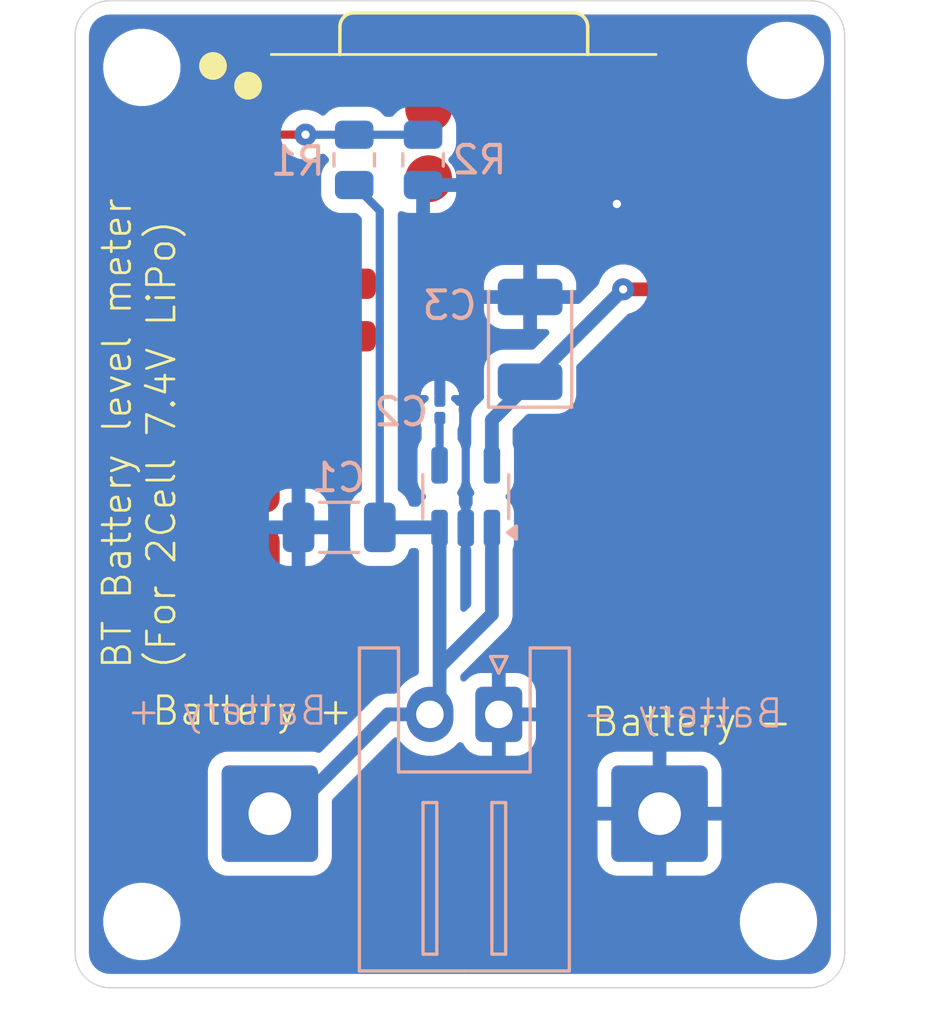
<source format=kicad_pcb>
(kicad_pcb (version 20240108) (generator "pcbnew") (generator_version "8.0")
  (layers (0 "F.Cu" signal) (31 "B.Cu" power) (34 "B.Paste" user) (35 "F.Paste" user) (36 "B.SilkS" user "B.Silkscreen") (37 "F.SilkS" user "F.Silkscreen") (38 "B.Mask" user) (39 "F.Mask" user) (44 "Edge.Cuts" user))
  (net 0 "")
  (net 1 "GND")
  (net 2 "3.3Vcc")
  (net 3 "Net-(U3-BP)")
  (net 23 "/+7.6VSupply")
  (net 24 "/VBat")
  (footprint "Connector_Wire:SolderWire-0.75sqmm_1x01_D1.25mm_OD3.5mm" (layer "F.Cu") (at 80.8482 95.1484)
    (property "Reference" "J1" (hide yes))
    (property "Value" "Conn_01x01_Pin")
    (pad "1" thru_hole roundrect (at 0 0) (size 3.5 3.5) (drill 1.55) (layers "*.Cu" "*.Mask") (roundrect_rratio 0.071429) (net 23 "/+7.6VSupply"))
  )
  (footprint "MountingHole:MountingHole_2.2mm_M2_DIN965" (layer "F.Cu") (at 99.568 67.818)
    (property "Reference" "H2" (hide yes))
    (property "Value" "MountingHole")
    (pad "" np_thru_hole circle (at 0 0) (size 2.2 2.2) (drill 2.2) (layers "*.Cu" "*.Mask"))
  )
  (footprint "Connector_Wire:SolderWire-0.75sqmm_1x01_D1.25mm_OD3.5mm" (layer "F.Cu") (at 94.996 95.1484)
    (property "Reference" "J3" (hide yes))
    (property "Value" "Conn_01x01_Pin")
    (pad "1" thru_hole roundrect (at 0 0) (size 3.5 3.5) (drill 1.55) (layers "*.Cu" "*.Mask") (roundrect_rratio 0.071429) (net 1 "GND"))
  )
  (footprint "MountingHole:MountingHole_2.2mm_M2_DIN965" (layer "F.Cu") (at 76.2 99.06)
    (property "Reference" "H3" (hide yes))
    (property "Value" "MountingHole")
    (pad "" np_thru_hole circle (at 0 0) (size 2.2 2.2) (drill 2.2) (layers "*.Cu" "*.Mask"))
  )
  (footprint "MountingHole:MountingHole_2.2mm_M2_DIN965" (layer "F.Cu") (at 99.314 99.06)
    (property "Reference" "H4" (hide yes))
    (property "Value" "MountingHole")
    (pad "" np_thru_hole circle (at 0 0) (size 2.2 2.2) (drill 2.2) (layers "*.Cu" "*.Mask"))
  )
  (footprint "SEEED_XIAO:XIAO-nRF52840-SMD" (layer "F.Cu") (at 78.994 88.6391)
    (property "Reference" "U1" (hide yes))
    (property "Value" "XIAO-nRF52840-SMD")
    (fp_line (start 4.395 -21.037) (end 4.398728 -22.047272) (stroke (width 0.127)) (layer "F.SilkS"))
    (fp_line (start 4.898728 -22.547) (end 12.894 -22.547) (stroke (width 0.127)) (layer "F.SilkS"))
    (fp_line (start 13.394 -22.047) (end 13.394 -21.037) (stroke (width 0.127)) (layer "F.SilkS"))
    (fp_line (start 15.875 -21.037) (end 1.905 -21.037) (stroke (width 0.1)) (layer "F.SilkS"))
    (fp_arc (start 4.398728 -22.047272) (mid 4.545276 -22.400644) (end 4.898728 -22.547) (stroke (width 0.127)) (layer "F.SilkS"))
    (fp_arc (start 12.894 -22.547) (mid 13.247524 -22.400524) (end 13.394 -22.047) (stroke (width 0.127)) (layer "F.SilkS"))
    (fp_circle (center -0.21 -20.621) (end -0.21 -20.875) (stroke (width 0.5)) (fill solid) (layer "F.SilkS"))
    (fp_circle (center 1.064 -19.904) (end 1.064 -20.158) (stroke (width 0.5)) (fill solid) (layer "F.SilkS"))
    (pad "1" smd roundrect (at 0.835 -18.12) (size 2.75 2) (layers "F.Cu" "F.Paste" "F.Mask") (net 24 "/VBat"))
    (pad "2" smd roundrect (at 0.835 -15.58) (size 2.75 2) (layers "F.Cu" "F.Paste" "F.Mask"))
    (pad "3" smd roundrect (at 0.835 -13.04) (size 2.75 2) (layers "F.Cu" "F.Paste" "F.Mask"))
    (pad "4" smd roundrect (at 0.835 -10.5) (size 2.75 2) (layers "F.Cu" "F.Paste" "F.Mask"))
    (pad "5" smd roundrect (at 0.835 -7.96) (size 2.75 2) (layers "F.Cu" "F.Paste" "F.Mask"))
    (pad "6" smd roundrect (at 0.835 -5.42) (size 2.75 2) (layers "F.Cu" "F.Paste" "F.Mask"))
    (pad "7" smd roundrect (at 0.835 -2.88) (size 2.75 2) (layers "F.Cu" "F.Paste" "F.Mask"))
    (pad "8" smd roundrect (at 17 -2.88) (size 2.75 2) (layers "F.Cu" "F.Paste" "F.Mask"))
    (pad "9" smd roundrect (at 17 -5.42) (size 2.75 2) (layers "F.Cu" "F.Paste" "F.Mask"))
    (pad "10" smd roundrect (at 17 -7.96) (size 2.75 2) (layers "F.Cu" "F.Paste" "F.Mask"))
    (pad "11" smd roundrect (at 17 -10.5) (size 2.75 2) (layers "F.Cu" "F.Paste" "F.Mask"))
    (pad "12" smd roundrect (at 17 -13.04) (size 2.75 2) (layers "F.Cu" "F.Paste" "F.Mask") (net 2 "3.3Vcc"))
    (pad "13" smd roundrect (at 17 -15.58) (size 2.75 2) (layers "F.Cu" "F.Paste" "F.Mask") (net 1 "GND"))
    (pad "14" smd roundrect (at 17 -18.12) (size 2.75 2) (layers "F.Cu" "F.Paste" "F.Mask"))
    (pad "15" smd roundrect (at 4.445 -10.8135 180) (size 2.5 1.1) (layers "F.Cu" "F.Paste" "F.Mask"))
    (pad "16" smd roundrect (at 4.445 -12.7185 180) (size 2.5 1.1) (layers "F.Cu" "F.Paste" "F.Mask"))
    (pad "17" smd roundrect (at 12.7 -1.2631 270) (size 2.5 1.1) (layers "F.Cu" "F.Paste" "F.Mask"))
    (pad "18" smd roundrect (at 14.605 -1.2631 270) (size 2.5 1.1) (layers "F.Cu" "F.Paste" "F.Mask"))
    (pad "19" smd circle (at 7.62 -19.0685) (size 1.7 1.7) (layers "F.Cu" "F.Paste" "F.Mask"))
    (pad "20" smd circle (at 10.16 -19.0685) (size 1.7 1.7) (layers "F.Cu" "F.Paste" "F.Mask"))
    (pad "21" smd circle (at 7.62 -16.5285) (size 1.7 1.7) (layers "F.Cu" "F.Paste" "F.Mask"))
    (pad "22" smd circle (at 10.16 -16.5285) (size 1.7 1.7) (layers "F.Cu" "F.Paste" "F.Mask"))
  )
  (footprint "MountingHole:MountingHole_2.2mm_M2_DIN965" (layer "F.Cu") (at 76.2 68.072)
    (property "Reference" "H1" (hide yes))
    (property "Value" "MountingHole")
    (pad "" np_thru_hole circle (at 0 0) (size 2.2 2.2) (drill 2.2) (layers "*.Cu" "*.Mask"))
  )
  (footprint "Capacitor_SMD:C_1206_3216Metric" (layer "B.Cu") (at 83.3646 84.7598 180)
    (property "Reference" "C1" (at 0.0272 1.8034 180) (layer "B.SilkS") (effects (justify mirror)))
    (property "Value" "1uF")
    (fp_line (start 0.711252 0.91) (end -0.711252 0.91) (stroke (width 0.12)) (layer "B.SilkS"))
    (fp_line (start 0.711252 -0.91) (end -0.711252 -0.91) (stroke (width 0.12)) (layer "B.SilkS"))
    (pad "1" smd roundrect (at -1.475 0 180) (size 1.15 1.8) (layers "B.Cu" "B.Paste" "B.Mask") (roundrect_rratio 0.217391) (net 23 "/+7.6VSupply"))
    (pad "2" smd roundrect (at 1.475 0 180) (size 1.15 1.8) (layers "B.Cu" "B.Paste" "B.Mask") (roundrect_rratio 0.217391) (net 1 "GND"))
  )
  (footprint "Package_TO_SOT_SMD:SOT-23-5" (layer "B.Cu") (at 87.9602 83.6477 90)
    (property "Reference" "U3" (hide yes))
    (property "Value" "MIC5219-3.3YM5")
    (fp_line (start 0.8 -1.56) (end 0 -1.56) (stroke (width 0.12)) (layer "B.SilkS"))
    (fp_line (start -0.8 -1.56) (end 0 -1.56) (stroke (width 0.12)) (layer "B.SilkS"))
    (fp_line (start 0.8 1.56) (end 0 1.56) (stroke (width 0.12)) (layer "B.SilkS"))
    (fp_line (start -0.8 1.56) (end 0 1.56) (stroke (width 0.12)) (layer "B.SilkS"))
    (fp_poly (pts (xy -1.3 1.51) (xy -1.54 1.84) (xy -1.06 1.84) (xy -1.3 1.51)) (stroke (width 0.12)) (fill solid) (layer "B.SilkS"))
    (pad "1" smd roundrect (at -1.1375 0.95 90) (size 1.325 0.6) (layers "B.Cu" "B.Paste" "B.Mask") (net 23 "/+7.6VSupply"))
    (pad "2" smd roundrect (at -1.1375 0 90) (size 1.325 0.6) (layers "B.Cu" "B.Paste" "B.Mask") (net 1 "GND"))
    (pad "3" smd roundrect (at -1.1375 -0.95 90) (size 1.325 0.6) (layers "B.Cu" "B.Paste" "B.Mask") (net 23 "/+7.6VSupply"))
    (pad "4" smd roundrect (at 1.1375 -0.95 90) (size 1.325 0.6) (layers "B.Cu" "B.Paste" "B.Mask") (net 3 "Net-(U3-BP)"))
    (pad "5" smd roundrect (at 1.1375 0.95 90) (size 1.325 0.6) (layers "B.Cu" "B.Paste" "B.Mask") (net 2 "3.3Vcc"))
  )
  (footprint "Capacitor_Tantalum_SMD:CP_EIA-3528-21_Kemet-B" (layer "B.Cu") (at 90.297 77.9391 90)
    (property "Reference" "C3" (at 1.2311 -2.921 180) (layer "B.SilkS") (effects (justify mirror)))
    (property "Value" "C_Polarized")
    (fp_line (start 1.75 -1.51) (end -2.46 -1.51) (stroke (width 0.12)) (layer "B.SilkS"))
    (fp_line (start -2.46 -1.51) (end -2.46 1.51) (stroke (width 0.12)) (layer "B.SilkS"))
    (fp_line (start -2.46 1.51) (end 1.75 1.51) (stroke (width 0.12)) (layer "B.SilkS"))
    (pad "1" smd roundrect (at -1.5375 0 90) (size 1.325 2.35) (layers "B.Cu" "B.Paste" "B.Mask") (roundrect_rratio 0.188679) (net 2 "3.3Vcc"))
    (pad "2" smd roundrect (at 1.5375 0 90) (size 1.325 2.35) (layers "B.Cu" "B.Paste" "B.Mask") (roundrect_rratio 0.188679) (net 1 "GND"))
  )
  (footprint "Resistor_SMD:R_0805_2012Metric" (layer "B.Cu") (at 83.9108 71.4267 90)
    (property "Reference" "R1" (at -0.0489 -2.0466 180) (layer "B.SilkS") (effects (justify mirror)))
    (property "Value" "160K")
    (fp_line (start 0.227064 -0.735) (end -0.227064 -0.735) (stroke (width 0.12)) (layer "B.SilkS"))
    (fp_line (start 0.227064 0.735) (end -0.227064 0.735) (stroke (width 0.12)) (layer "B.SilkS"))
    (pad "1" smd roundrect (at -0.9125 0 90) (size 1.025 1.4) (layers "B.Cu" "B.Paste" "B.Mask") (roundrect_rratio 0.243902) (net 23 "/+7.6VSupply"))
    (pad "2" smd roundrect (at 0.9125 0 90) (size 1.025 1.4) (layers "B.Cu" "B.Paste" "B.Mask") (roundrect_rratio 0.243902) (net 24 "/VBat"))
  )
  (footprint "Capacitor_SMD:C_0201_0603Metric" (layer "B.Cu") (at 87.0204 80.4778 90)
    (property "Reference" "C2" (at -0.091 -1.397 180) (layer "B.SilkS") (effects (justify mirror)))
    (property "Value" "470pF")
    (pad "1" smd roundrect (at -0.32 0 90) (size 0.46 0.4) (layers "B.Cu" "B.Mask") (net 3 "Net-(U3-BP)"))
    (pad "2" smd roundrect (at 0.32 0 90) (size 0.46 0.4) (layers "B.Cu" "B.Mask") (net 1 "GND"))
  )
  (footprint "Connector_JST:JST_XH_S2B-XH-A_1x02_P2.50mm_Horizontal" (layer "B.Cu") (at 89.1594 91.546 180)
    (property "Reference" "J2" (hide yes))
    (property "Value" "Conn_01x02" (hide yes))
    (fp_line (start 5.06 2.41) (end 5.06 -9.31) (stroke (width 0.12)) (layer "B.SilkS"))
    (fp_line (start 5.06 -9.31) (end 1.25 -9.31) (stroke (width 0.12)) (layer "B.SilkS"))
    (fp_line (start 3.64 2.41) (end 5.06 2.41) (stroke (width 0.12)) (layer "B.SilkS"))
    (fp_line (start 3.64 -2.09) (end 3.64 2.41) (stroke (width 0.12)) (layer "B.SilkS"))
    (fp_line (start 2.75 -3.2) (end 2.75 -8.7) (stroke (width 0.12)) (layer "B.SilkS"))
    (fp_line (start 2.75 -8.7) (end 2.25 -8.7) (stroke (width 0.12)) (layer "B.SilkS"))
    (fp_line (start 2.25 -3.2) (end 2.75 -3.2) (stroke (width 0.12)) (layer "B.SilkS"))
    (fp_line (start 2.25 -8.7) (end 2.25 -3.2) (stroke (width 0.12)) (layer "B.SilkS"))
    (fp_line (start 1.25 -2.09) (end 3.64 -2.09) (stroke (width 0.12)) (layer "B.SilkS"))
    (fp_line (start 1.25 -2.09) (end -1.14 -2.09) (stroke (width 0.12)) (layer "B.SilkS"))
    (fp_line (start 0.3 2.1) (end -0.3 2.1) (stroke (width 0.12)) (layer "B.SilkS"))
    (fp_line (start 0.25 -3.2) (end 0.25 -8.7) (stroke (width 0.12)) (layer "B.SilkS"))
    (fp_line (start 0.25 -8.7) (end -0.25 -8.7) (stroke (width 0.12)) (layer "B.SilkS"))
    (fp_line (start 0 1.5) (end 0.3 2.1) (stroke (width 0.12)) (layer "B.SilkS"))
    (fp_line (start -0.25 -3.2) (end 0.25 -3.2) (stroke (width 0.12)) (layer "B.SilkS"))
    (fp_line (start -0.25 -8.7) (end -0.25 -3.2) (stroke (width 0.12)) (layer "B.SilkS"))
    (fp_line (start -0.3 2.1) (end 0 1.5) (stroke (width 0.12)) (layer "B.SilkS"))
    (fp_line (start -1.14 2.41) (end -2.56 2.41) (stroke (width 0.12)) (layer "B.SilkS"))
    (fp_line (start -1.14 -2.09) (end -1.14 2.41) (stroke (width 0.12)) (layer "B.SilkS"))
    (fp_line (start -2.56 2.41) (end -2.56 -9.31) (stroke (width 0.12)) (layer "B.SilkS"))
    (fp_line (start -2.56 -9.31) (end 1.25 -9.31) (stroke (width 0.12)) (layer "B.SilkS"))
    (pad "1" thru_hole roundrect (at 0 0 180) (size 1.7 2) (drill 1) (layers "*.Cu" "*.Mask") (roundrect_rratio 0.147059) (net 1 "GND"))
    (pad "2" thru_hole oval (at 2.5 0 180) (size 1.7 2) (drill 1) (layers "*.Cu" "*.Mask") (net 23 "/+7.6VSupply"))
  )
  (footprint "Resistor_SMD:R_0805_2012Metric" (layer "B.Cu") (at 86.4108 71.4267 -90)
    (property "Reference" "R2" (at 0 -2.049526 180) (layer "B.SilkS") (effects (justify mirror)))
    (property "Value" "100k")
    (fp_line (start 0.227064 0.735) (end -0.227064 0.735) (stroke (width 0.12)) (layer "B.SilkS"))
    (fp_line (start 0.227064 -0.735) (end -0.227064 -0.735) (stroke (width 0.12)) (layer "B.SilkS"))
    (pad "1" smd roundrect (at -0.9125 0 270) (size 1.025 1.4) (layers "B.Cu" "B.Paste" "B.Mask") (roundrect_rratio 0.243902) (net 24 "/VBat"))
    (pad "2" smd roundrect (at 0.9125 0 270) (size 1.025 1.4) (layers "B.Cu" "B.Paste" "B.Mask") (roundrect_rratio 0.243902) (net 1 "GND"))
  )
  (gr_line (start 73.777974 100.193974) (end 73.777974 99.431974) (stroke (width 0.05)) (layer "Edge.Cuts"))
  (gr_line (start 100.447974 101.463974) (end 75.047974 101.463974) (stroke (width 0.05)) (layer "Edge.Cuts"))
  (gr_line (start 78.857974 65.649974) (end 96.637974 65.649974) (stroke (width 0.05)) (layer "Edge.Cuts"))
  (gr_line (start 73.777974 96.383974) (end 73.777974 99.431974) (stroke (width 0.05)) (layer "Edge.Cuts"))
  (gr_arc (start 75.047974 101.463974) (mid 74.149948 101.092) (end 73.777974 100.193974) (stroke (width 0.05)) (layer "Edge.Cuts"))
  (gr_arc (start 101.717974 100.193974) (mid 101.346 101.092) (end 100.447974 101.463974) (stroke (width 0.05)) (layer "Edge.Cuts"))
  (gr_arc (start 73.777974 66.919974) (mid 74.149948 66.021948) (end 75.047974 65.649974) (stroke (width 0.05)) (layer "Edge.Cuts"))
  (gr_line (start 73.777974 66.919974) (end 73.777974 96.383974) (stroke (width 0.05)) (layer "Edge.Cuts"))
  (gr_line (start 101.717974 96.383974) (end 101.717974 100.193974) (stroke (width 0.05)) (layer "Edge.Cuts"))
  (gr_line (start 101.717974 66.919974) (end 101.717974 96.383974) (stroke (width 0.05)) (layer "Edge.Cuts"))
  (gr_line (start 96.637974 65.649974) (end 100.447974 65.649974) (stroke (width 0.05)) (layer "Edge.Cuts"))
  (gr_line (start 75.047974 65.649974) (end 78.857974 65.649974) (stroke (width 0.05)) (layer "Edge.Cuts"))
  (gr_arc (start 100.447974 65.649974) (mid 101.346 66.021948) (end 101.717974 66.919974) (stroke (width 0.05)) (layer "Edge.Cuts"))
  (gr_text "Battery + " (at 83 92 0) (layer "B.SilkS") (effects (font (size 1 1) (thickness 0.1)) (justify left bottom mirror)))
  (gr_text "Battery -" (at 99.5426 92.1004 0) (layer "B.SilkS") (effects (font (size 1 1) (thickness 0.1)) (justify left bottom mirror)))
  (gr_text "Battery -" (at 92.456 92.4052 0) (layer "F.SilkS") (effects (font (size 1 1) (thickness 0.1)) (justify left bottom)))
  (gr_text "Battery +" (at 76.5048 92 0) (layer "F.SilkS") (effects (font (size 1 1) (thickness 0.1)) (justify left bottom)))
  (gr_text "BT Battery level meter\n(For 2Cell 7.4V LiPo)" (at 77.4954 89.9668 90) (layer "F.SilkS") (effects (font (size 1 1) (thickness 0.1)) (justify left bottom)))
  (segment (start 95.994 73.0591) (end 93.4807 73.0591) (width 0.5) (layer "F.Cu") (net 1))
  (segment (start 93.4807 73.0591) (end 93.4466 73.025) (width 0.5) (layer "F.Cu") (net 1))
  (via (at 93.4466 73.025) (size 0.8) (drill 0.3) (layers "F.Cu" "B.Cu") (net 1))
  (segment (start 95.4693 76.1238) (end 95.994 75.5991) (width 0.5) (layer "F.Cu") (net 2))
  (segment (start 93.6752 76.1238) (end 95.4693 76.1238) (width 0.5) (layer "F.Cu") (net 2))
  (via (at 93.6752 76.1238) (size 0.8) (drill 0.3) (layers "F.Cu" "B.Cu") (net 2))
  (segment (start 88.9102 80.8634) (end 90.297 79.4766) (width 0.5) (layer "B.Cu") (net 2))
  (segment (start 88.9102 82.5102) (end 88.9102 80.8634) (width 0.5) (layer "B.Cu") (net 2))
  (segment (start 90.3224 79.4766) (end 93.6752 76.1238) (width 0.5) (layer "B.Cu") (net 2))
  (segment (start 90.297 79.4766) (end 90.3224 79.4766) (width 0.5) (layer "B.Cu") (net 2))
  (segment (start 87.0102 82.5102) (end 87.0102 80.808) (width 0.3) (layer "B.Cu") (net 3))
  (segment (start 87.0102 80.808) (end 87.0204 80.7978) (width 0.3) (layer "B.Cu") (net 3))
  (segment (start 85.1364 91.546) (end 86.6594 91.546) (width 0.5) (layer "B.Cu") (net 23))
  (segment (start 81.534 95.1484) (end 85.1364 91.546) (width 0.5) (layer "B.Cu") (net 23))
  (segment (start 88.9102 84.7852) (end 88.9102 87.9144) (width 0.5) (layer "B.Cu") (net 23))
  (segment (start 86.9848 84.7598) (end 87.0102 84.7852) (width 0.5) (layer "B.Cu") (net 23))
  (segment (start 80.8482 95.1484) (end 81.534 95.1484) (width 0.5) (layer "B.Cu") (net 23))
  (segment (start 87.0102 89.8144) (end 87.0102 91.1952) (width 0.5) (layer "B.Cu") (net 23))
  (segment (start 84.8396 84.7598) (end 84.8396 73.268) (width 0.3) (layer "B.Cu") (net 23))
  (segment (start 84.8396 73.268) (end 83.9108 72.3392) (width 0.3) (layer "B.Cu") (net 23))
  (segment (start 84.8396 84.7598) (end 86.9848 84.7598) (width 0.5) (layer "B.Cu") (net 23))
  (segment (start 87.0102 91.1952) (end 86.6594 91.546) (width 0.5) (layer "B.Cu") (net 23))
  (segment (start 88.9102 87.9144) (end 87.0102 89.8144) (width 0.5) (layer "B.Cu") (net 23))
  (segment (start 87.0102 84.7852) (end 87.0102 89.8144) (width 0.5) (layer "B.Cu") (net 23))
  (segment (start 87.0102 91.4238) (end 86.888 91.546) (width 0.5) (layer "B.Cu") (net 23))
  (segment (start 82.1436 70.5104) (end 79.8377 70.5104) (width 0.3) (layer "F.Cu") (net 24))
  (segment (start 79.8377 70.5104) (end 79.829 70.5191) (width 0.3) (layer "F.Cu") (net 24))
  (via (at 82.1436 70.5104) (size 0.8) (drill 0.3) (layers "F.Cu" "B.Cu") (net 24))
  (segment (start 83.9108 70.5142) (end 86.4108 70.5142) (width 0.3) (layer "B.Cu") (net 24))
  (segment (start 83.9108 70.5142) (end 82.1474 70.5142) (width 0.3) (layer "B.Cu") (net 24))
  (segment (start 82.1474 70.5142) (end 82.1436 70.5104) (width 0.3) (layer "B.Cu") (net 24))
  (zone (net 1) (net_name "GND") (layer "B.Cu") (connect_pads (clearance 0.5)) (min_thickness 0.25) (fill yes (thermal_gap 0.5) (thermal_bridge_width 0.5))
    (polygon (pts (xy 101.727 65.659) (xy 101.7016 101.4984) (xy 73.7616 101.473) (xy 73.7616 65.659) (xy 75.0062 65.6336) (xy 75.0062 65.659)))
  )
)
</source>
